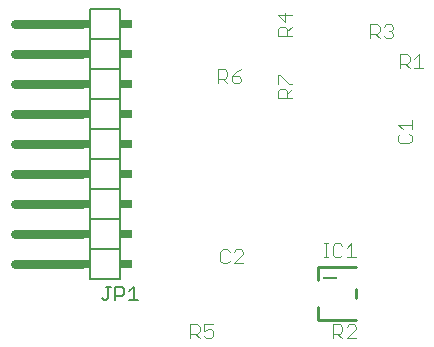
<source format=gbr>
G04 EAGLE Gerber RS-274X export*
G75*
%MOMM*%
%FSLAX34Y34*%
%LPD*%
%INSilkscreen Top*%
%IPPOS*%
%AMOC8*
5,1,8,0,0,1.08239X$1,22.5*%
G01*
%ADD10C,0.101600*%
%ADD11C,0.152400*%
%ADD12C,0.762000*%
%ADD13R,0.508000X0.762000*%
%ADD14R,1.016000X0.762000*%
%ADD15C,0.127000*%
%ADD16C,0.254000*%
%ADD17R,1.300000X0.200000*%


D10*
X204274Y81788D02*
X208172Y81788D01*
X206223Y81788D02*
X206223Y93482D01*
X204274Y93482D02*
X208172Y93482D01*
X217917Y93482D02*
X219866Y91533D01*
X217917Y93482D02*
X214019Y93482D01*
X212070Y91533D01*
X212070Y83737D01*
X214019Y81788D01*
X217917Y81788D01*
X219866Y83737D01*
X223764Y89584D02*
X227662Y93482D01*
X227662Y81788D01*
X223764Y81788D02*
X231560Y81788D01*
D11*
X31750Y88900D02*
X31750Y63500D01*
X31750Y88900D02*
X6350Y88900D01*
X6350Y63500D01*
X31750Y63500D01*
D12*
X0Y76200D02*
X-57150Y76200D01*
D11*
X31750Y88900D02*
X31750Y114300D01*
X6350Y114300D01*
X6350Y88900D01*
D12*
X0Y101600D02*
X-57150Y101600D01*
D11*
X31750Y114300D02*
X31750Y139700D01*
X6350Y139700D01*
X6350Y114300D01*
D12*
X0Y127000D02*
X-57150Y127000D01*
D11*
X31750Y139700D02*
X31750Y165100D01*
X6350Y165100D01*
X6350Y139700D01*
D12*
X0Y152400D02*
X-57150Y152400D01*
D11*
X31750Y165100D02*
X31750Y190500D01*
X6350Y190500D01*
X6350Y165100D01*
D12*
X0Y177800D02*
X-57150Y177800D01*
D11*
X31750Y190500D02*
X31750Y215900D01*
X6350Y215900D01*
X6350Y190500D01*
D12*
X0Y203200D02*
X-57150Y203200D01*
D11*
X31750Y215900D02*
X31750Y241300D01*
X6350Y241300D01*
X6350Y215900D01*
D12*
X0Y228600D02*
X-57150Y228600D01*
D11*
X31750Y241300D02*
X31750Y266700D01*
X6350Y266700D01*
X6350Y241300D01*
D12*
X0Y254000D02*
X-57150Y254000D01*
D11*
X31750Y266700D02*
X31750Y292100D01*
X6350Y292100D01*
X6350Y266700D01*
D12*
X0Y279400D02*
X-57150Y279400D01*
D13*
X3810Y76200D03*
X3810Y101600D03*
X3810Y127000D03*
X3810Y152400D03*
X3810Y177800D03*
X3810Y203200D03*
X3810Y228600D03*
X3810Y254000D03*
X3810Y279400D03*
D14*
X36830Y76200D03*
X36830Y101600D03*
X36830Y127000D03*
X36830Y152400D03*
X36830Y177800D03*
X36830Y203200D03*
X36830Y228600D03*
X36830Y254000D03*
X36830Y279400D03*
D15*
X16353Y46992D02*
X18260Y45085D01*
X20166Y45085D01*
X22073Y46992D01*
X22073Y56525D01*
X20166Y56525D02*
X23980Y56525D01*
X28047Y56525D02*
X28047Y45085D01*
X28047Y56525D02*
X33767Y56525D01*
X35674Y54618D01*
X35674Y50805D01*
X33767Y48898D01*
X28047Y48898D01*
X39741Y52712D02*
X43554Y56525D01*
X43554Y45085D01*
X39741Y45085D02*
X47367Y45085D01*
D10*
X269220Y241808D02*
X269220Y253502D01*
X275067Y253502D01*
X277016Y251553D01*
X277016Y247655D01*
X275067Y245706D01*
X269220Y245706D01*
X273118Y245706D02*
X277016Y241808D01*
X280914Y249604D02*
X284812Y253502D01*
X284812Y241808D01*
X280914Y241808D02*
X288710Y241808D01*
X177292Y216408D02*
X165598Y216408D01*
X165598Y222255D01*
X167547Y224204D01*
X171445Y224204D01*
X173394Y222255D01*
X173394Y216408D01*
X173394Y220306D02*
X177292Y224204D01*
X165598Y228102D02*
X165598Y235898D01*
X167547Y235898D01*
X175343Y228102D01*
X177292Y228102D01*
X243820Y267208D02*
X243820Y278902D01*
X249667Y278902D01*
X251616Y276953D01*
X251616Y273055D01*
X249667Y271106D01*
X243820Y271106D01*
X247718Y271106D02*
X251616Y267208D01*
X255514Y276953D02*
X257463Y278902D01*
X261361Y278902D01*
X263310Y276953D01*
X263310Y275004D01*
X261361Y273055D01*
X259412Y273055D01*
X261361Y273055D02*
X263310Y271106D01*
X263310Y269157D01*
X261361Y267208D01*
X257463Y267208D01*
X255514Y269157D01*
X177292Y269220D02*
X165598Y269220D01*
X165598Y275067D01*
X167547Y277016D01*
X171445Y277016D01*
X173394Y275067D01*
X173394Y269220D01*
X173394Y273118D02*
X177292Y277016D01*
X177292Y286761D02*
X165598Y286761D01*
X171445Y280914D01*
X171445Y288710D01*
X91420Y24902D02*
X91420Y13208D01*
X91420Y24902D02*
X97267Y24902D01*
X99216Y22953D01*
X99216Y19055D01*
X97267Y17106D01*
X91420Y17106D01*
X95318Y17106D02*
X99216Y13208D01*
X103114Y24902D02*
X110910Y24902D01*
X103114Y24902D02*
X103114Y19055D01*
X107012Y21004D01*
X108961Y21004D01*
X110910Y19055D01*
X110910Y15157D01*
X108961Y13208D01*
X105063Y13208D01*
X103114Y15157D01*
X114808Y229108D02*
X114808Y240802D01*
X120655Y240802D01*
X122604Y238853D01*
X122604Y234955D01*
X120655Y233006D01*
X114808Y233006D01*
X118706Y233006D02*
X122604Y229108D01*
X130400Y238853D02*
X134298Y240802D01*
X130400Y238853D02*
X126502Y234955D01*
X126502Y231057D01*
X128451Y229108D01*
X132349Y229108D01*
X134298Y231057D01*
X134298Y233006D01*
X132349Y234955D01*
X126502Y234955D01*
D16*
X199900Y28300D02*
X231900Y28300D01*
X199900Y28300D02*
X199900Y39300D01*
X199900Y73300D02*
X231900Y73300D01*
X199900Y73300D02*
X199900Y62300D01*
X231900Y54800D02*
X231900Y46800D01*
D17*
X209400Y63800D03*
D10*
X212070Y24902D02*
X212070Y13208D01*
X212070Y24902D02*
X217917Y24902D01*
X219866Y22953D01*
X219866Y19055D01*
X217917Y17106D01*
X212070Y17106D01*
X215968Y17106D02*
X219866Y13208D01*
X223764Y13208D02*
X231560Y13208D01*
X223764Y13208D02*
X231560Y21004D01*
X231560Y22953D01*
X229611Y24902D01*
X225713Y24902D01*
X223764Y22953D01*
X267198Y184155D02*
X269147Y186104D01*
X267198Y184155D02*
X267198Y180257D01*
X269147Y178308D01*
X276943Y178308D01*
X278892Y180257D01*
X278892Y184155D01*
X276943Y186104D01*
X271096Y190002D02*
X267198Y193900D01*
X278892Y193900D01*
X278892Y190002D02*
X278892Y197798D01*
X124616Y86453D02*
X122667Y88402D01*
X118769Y88402D01*
X116820Y86453D01*
X116820Y78657D01*
X118769Y76708D01*
X122667Y76708D01*
X124616Y78657D01*
X128514Y76708D02*
X136310Y76708D01*
X128514Y76708D02*
X136310Y84504D01*
X136310Y86453D01*
X134361Y88402D01*
X130463Y88402D01*
X128514Y86453D01*
M02*

</source>
